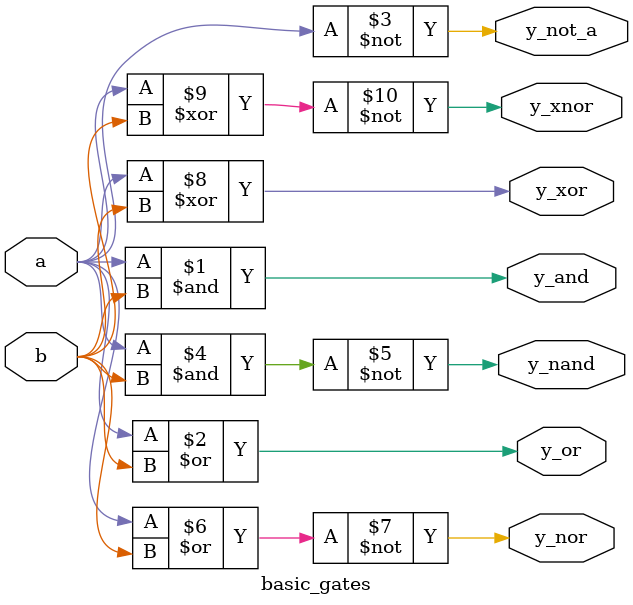
<source format=v>
module basic_gates(input wire a, b,
                   output wire y_and, y_or, y_not_a, y_nand, y_nor, y_xor, y_xnor);

    assign y_and  = a & b;   // AND Gate
    assign y_or   = a | b;   // OR Gate
    assign y_not_a= ~a;      // NOT Gate
    assign y_nand = ~(a & b);// NAND Gate
    assign y_nor  = ~(a | b);// NOR Gate
    assign y_xor  = a ^ b;   // XOR Gate
    assign y_xnor = ~(a ^ b);// XNOR Gate

endmodule

</source>
